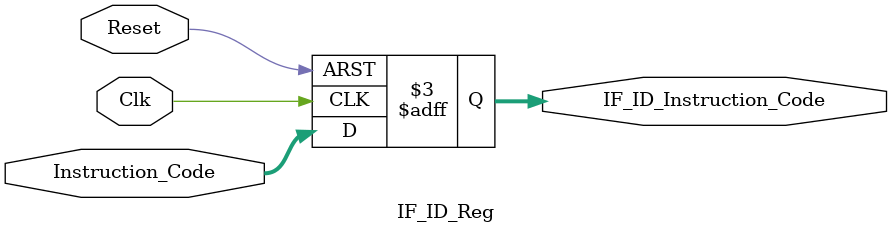
<source format=v>
`timescale 1ns / 1ps
module IF_ID_Reg(
	input Clk,
	input Reset,
	input [7:0] Instruction_Code,
	output reg [7:0] IF_ID_Instruction_Code
    );

	always@(posedge Clk, negedge Reset)
	begin
		if (Reset==0) IF_ID_Instruction_Code <= 0;
		
		else IF_ID_Instruction_Code <= Instruction_Code;
	end

endmodule

</source>
